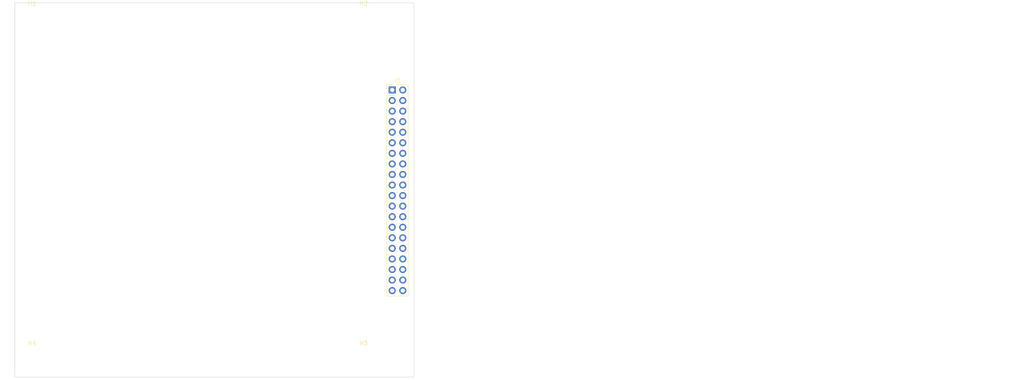
<source format=kicad_pcb>
(kicad_pcb (version 20211014) (generator pcbnew)
  (title_block (title "ColoradoCUBE C&DH") (date "2022-02-11") (rev "v01") (comment 1 "Author: Kate Nechaeva"))
  (layers (0 "F.Cu" signal) (31 "B.Cu" signal) (34 "B.Paste" user) (35 "F.Paste" user) (36 "B.SilkS" user "B.Silkscreen") (37 "F.SilkS" user "F.Silkscreen") (38 "B.Mask" user) (39 "F.Mask" user) (44 "Edge.Cuts" user))
  (net 0 "")
  (net 1 "GND")
  (net 2 "+5V")
  (net 3 "+3.3V")
  (net 4 "/CM4 GPIO/nRPIBOOT")
  (net 5 "/CM4 GPIO/GPIO15")
  (net 6 "/CM4 GPIO/GPIO14")
  (net 7 "/CM4 GPIO/GPIO2")
  (net 9 "/CM4 GPIO/GPIO3")
  (net 12 "Net-(J1-Pad13)")
  (net 13 "Net-(J1-Pad15)")
  (footprint "MountingHole:MountingHole_3mm" (layer "F.Cu") (at 24.15 105.85)
    (fp_text reference "H4" (at 0 -4) (layer "F.SilkS"))
    (fp_text value "3mm_Mounting_Hole")
    (pad "" np_thru_hole circle locked (at 0 0) (size 3 3) (drill 3) (layers *.Cu *.Mask))
  )
  (footprint "Connector_PinHeader_2.54mm:PinHeader_2x20_P2.54mm_Vertical" (layer "F.Cu") (at 110.77 40.945)
    (fp_text reference "J1" (at 1.27 -2.33) (layer "F.SilkS"))
    (fp_text value "THD-20-R")
    (fp_line (start -1.33 49.59) (end 3.87 49.59) (layer "F.SilkS") (width 0.12))
    (fp_line (start -1.33 -1.33) (end 0 -1.33) (layer "F.SilkS") (width 0.12))
    (fp_line (start -1.33 1.27) (end 1.27 1.27) (layer "F.SilkS") (width 0.12))
    (fp_line (start 1.27 -1.33) (end 3.87 -1.33) (layer "F.SilkS") (width 0.12))
    (fp_line (start -1.33 1.27) (end -1.33 49.59) (layer "F.SilkS") (width 0.12))
    (fp_line (start -1.33 0) (end -1.33 -1.33) (layer "F.SilkS") (width 0.12))
    (fp_line (start 3.87 -1.33) (end 3.87 49.59) (layer "F.SilkS") (width 0.12))
    (fp_line (start 1.27 1.27) (end 1.27 -1.33) (layer "F.SilkS") (width 0.12))
    (pad "1" thru_hole rect locked (at 0 0) (size 1.7 1.7) (drill 1) (layers *.Cu *.Mask) (net 3 "+3.3V"))
    (pad "2" thru_hole oval locked (at 2.54 0) (size 1.7 1.7) (drill 1) (layers *.Cu *.Mask) (net 2 "+5V"))
    (pad "3" thru_hole oval locked (at 0 2.54) (size 1.7 1.7) (drill 1) (layers *.Cu *.Mask) (net 7 "/CM4 GPIO/GPIO2"))
    (pad "4" thru_hole oval locked (at 2.54 2.54) (size 1.7 1.7) (drill 1) (layers *.Cu *.Mask) (net 2 "+5V"))
    (pad "5" thru_hole oval locked (at 0 5.08) (size 1.7 1.7) (drill 1) (layers *.Cu *.Mask) (net 9 "/CM4 GPIO/GPIO3"))
    (pad "6" thru_hole oval locked (at 2.54 5.08) (size 1.7 1.7) (drill 1) (layers *.Cu *.Mask) (net 1 "GND"))
    (pad "7" thru_hole oval locked (at 0 7.62) (size 1.7 1.7) (drill 1) (layers *.Cu *.Mask))
    (pad "8" thru_hole oval locked (at 2.54 7.62) (size 1.7 1.7) (drill 1) (layers *.Cu *.Mask) (net 6 "/CM4 GPIO/GPIO14"))
    (pad "9" thru_hole oval locked (at 0 10.16) (size 1.7 1.7) (drill 1) (layers *.Cu *.Mask) (net 1 "GND"))
    (pad "10" thru_hole oval locked (at 2.54 10.16) (size 1.7 1.7) (drill 1) (layers *.Cu *.Mask) (net 5 "/CM4 GPIO/GPIO15"))
    (pad "11" thru_hole oval locked (at 0 12.7) (size 1.7 1.7) (drill 1) (layers *.Cu *.Mask))
    (pad "12" thru_hole oval locked (at 2.54 12.7) (size 1.7 1.7) (drill 1) (layers *.Cu *.Mask))
    (pad "13" thru_hole oval locked (at 0 15.24) (size 1.7 1.7) (drill 1) (layers *.Cu *.Mask) (net 12 "Net-(J1-Pad13)"))
    (pad "14" thru_hole oval locked (at 2.54 15.24) (size 1.7 1.7) (drill 1) (layers *.Cu *.Mask) (net 1 "GND"))
    (pad "15" thru_hole oval locked (at 0 17.78) (size 1.7 1.7) (drill 1) (layers *.Cu *.Mask) (net 13 "Net-(J1-Pad15)"))
    (pad "16" thru_hole oval locked (at 2.54 17.78) (size 1.7 1.7) (drill 1) (layers *.Cu *.Mask))
    (pad "17" thru_hole oval locked (at 0 20.32) (size 1.7 1.7) (drill 1) (layers *.Cu *.Mask) (net 3 "+3.3V"))
    (pad "18" thru_hole oval locked (at 2.54 20.32) (size 1.7 1.7) (drill 1) (layers *.Cu *.Mask))
    (pad "19" thru_hole oval locked (at 0 22.86) (size 1.7 1.7) (drill 1) (layers *.Cu *.Mask))
    (pad "20" thru_hole oval locked (at 2.54 22.86) (size 1.7 1.7) (drill 1) (layers *.Cu *.Mask) (net 1 "GND"))
    (pad "21" thru_hole oval locked (at 0 25.4) (size 1.7 1.7) (drill 1) (layers *.Cu *.Mask))
    (pad "22" thru_hole oval locked (at 2.54 25.4) (size 1.7 1.7) (drill 1) (layers *.Cu *.Mask))
    (pad "23" thru_hole oval locked (at 0 27.94) (size 1.7 1.7) (drill 1) (layers *.Cu *.Mask))
    (pad "24" thru_hole oval locked (at 2.54 27.94) (size 1.7 1.7) (drill 1) (layers *.Cu *.Mask))
    (pad "25" thru_hole oval locked (at 0 30.48) (size 1.7 1.7) (drill 1) (layers *.Cu *.Mask) (net 1 "GND"))
    (pad "26" thru_hole oval locked (at 2.54 30.48) (size 1.7 1.7) (drill 1) (layers *.Cu *.Mask))
    (pad "27" thru_hole oval locked (at 0 33.02) (size 1.7 1.7) (drill 1) (layers *.Cu *.Mask))
    (pad "28" thru_hole oval locked (at 2.54 33.02) (size 1.7 1.7) (drill 1) (layers *.Cu *.Mask))
    (pad "29" thru_hole oval locked (at 0 35.56) (size 1.7 1.7) (drill 1) (layers *.Cu *.Mask))
    (pad "30" thru_hole oval locked (at 2.54 35.56) (size 1.7 1.7) (drill 1) (layers *.Cu *.Mask) (net 1 "GND"))
    (pad "31" thru_hole oval locked (at 0 38.1) (size 1.7 1.7) (drill 1) (layers *.Cu *.Mask))
    (pad "32" thru_hole oval locked (at 2.54 38.1) (size 1.7 1.7) (drill 1) (layers *.Cu *.Mask))
    (pad "33" thru_hole oval locked (at 0 40.64) (size 1.7 1.7) (drill 1) (layers *.Cu *.Mask))
    (pad "34" thru_hole oval locked (at 2.54 40.64) (size 1.7 1.7) (drill 1) (layers *.Cu *.Mask) (net 1 "GND"))
    (pad "35" thru_hole oval locked (at 0 43.18) (size 1.7 1.7) (drill 1) (layers *.Cu *.Mask))
    (pad "36" thru_hole oval locked (at 2.54 43.18) (size 1.7 1.7) (drill 1) (layers *.Cu *.Mask))
    (pad "37" thru_hole oval locked (at 0 45.72) (size 1.7 1.7) (drill 1) (layers *.Cu *.Mask) (net 4 "/CM4 GPIO/nRPIBOOT"))
    (pad "38" thru_hole oval locked (at 2.54 45.72) (size 1.7 1.7) (drill 1) (layers *.Cu *.Mask))
    (pad "39" thru_hole oval locked (at 0 48.26) (size 1.7 1.7) (drill 1) (layers *.Cu *.Mask) (net 1 "GND"))
    (pad "40" thru_hole oval locked (at 2.54 48.26) (size 1.7 1.7) (drill 1) (layers *.Cu *.Mask))
  )
  (footprint "MountingHole:MountingHole_3mm" (layer "F.Cu") (at 103.85 105.85)
    (fp_text reference "H3" (at 0 -4) (layer "F.SilkS"))
    (fp_text value "3mm_Mounting_Hole")
    (pad "" np_thru_hole circle locked (at 0 0) (size 3 3) (drill 3) (layers *.Cu *.Mask))
  )
  (footprint "MountingHole:MountingHole_3mm" (layer "F.Cu") (at 103.85 24.15)
    (fp_text reference "H2" (at 0 -4) (layer "F.SilkS"))
    (fp_text value "3mm_Mounting_Hole")
    (pad "" np_thru_hole circle locked (at 0 0) (size 3 3) (drill 3) (layers *.Cu *.Mask))
  )
  (footprint "MountingHole:MountingHole_3mm" (layer "F.Cu") (at 24.15 24.15)
    (fp_text reference "H1" (at 0 -4) (layer "F.SilkS"))
    (fp_text value "3mm_Mounting_Hole")
    (pad "" np_thru_hole circle locked (at 0 0) (size 3 3) (drill 3) (layers F&B.Cu *.Mask))
  )
  (gr_rect (start 20 20) (end 116 110) (layer "Edge.Cuts") (width 0.1) (fill none))
)
</source>
